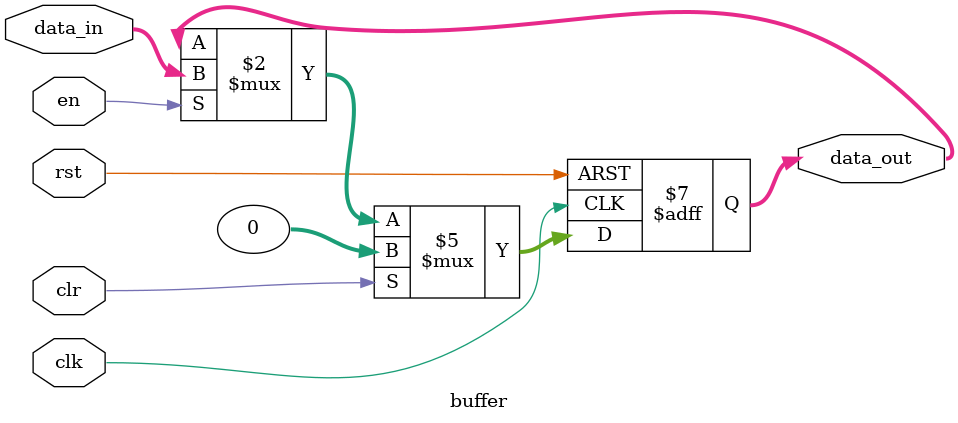
<source format=v>
module buffer #(parameter WIDTH = 32)(
input clk,
input rst,
input en,
input clr,
input[WIDTH-1:0] data_in,
output reg[WIDTH-1:0] data_out
);
parameter zero={(WIDTH){1'b0}};


always@(posedge clk,posedge rst)
begin
	if(rst)
	data_out<=zero;
	else if(clr)
	data_out<={{(WIDTH){1'b0}}};
	else if(en)
	data_out<=data_in;
end

endmodule
</source>
